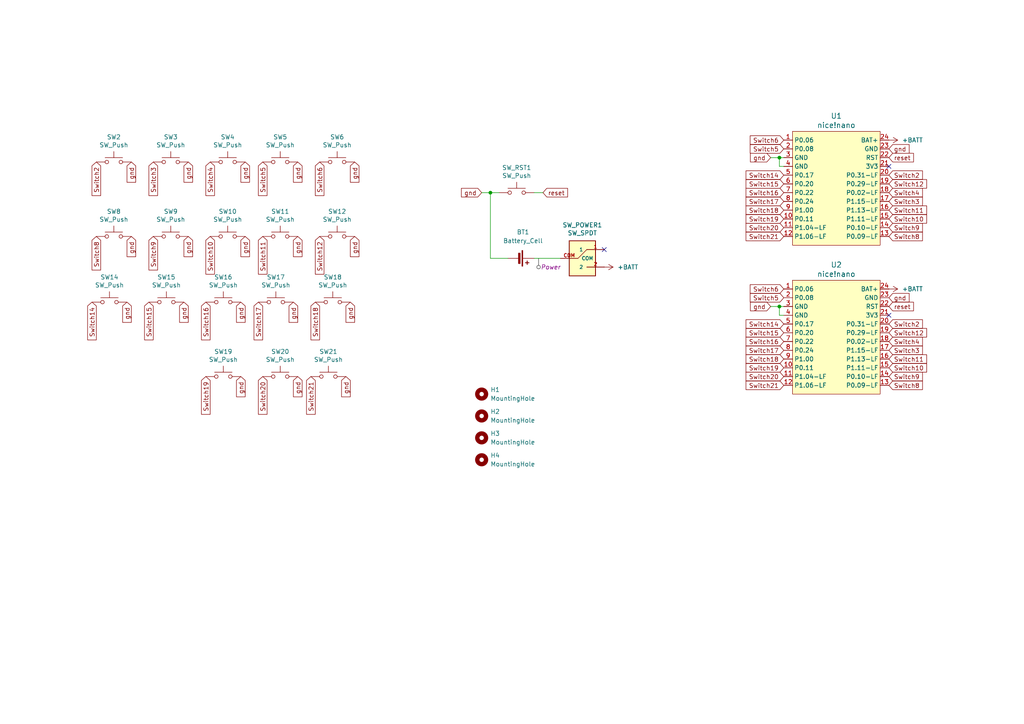
<source format=kicad_sch>
(kicad_sch (version 20231120) (generator "eeschema") (generator_version "8.0")
  (paper "A4")
  (title_block (title "Generic 34 Switch Split") (date "2021-03-10") (rev "0.2") (company "broomlabs"))
  (lib_symbols
    (symbol "Device:Battery_Cell" (pin_numbers hide) (pin_names (offset 0) hide)
      (property "Reference" "BT" (at 2.54 2.54 0))
      (property "Value" "Battery_Cell" (at 2.54 0 0))
      (symbol "Battery_Cell_0_1"
        (rectangle (start -2.286 1.778) (end 2.286 1.524) (fill (type outline)))
        (rectangle (start -1.524 1.016) (end 1.524 0.508) (fill (type outline)))
        (polyline (pts (xy 0 0.762) (xy 0 0)))
        (polyline (pts (xy 0 1.778) (xy 0 2.54)))
        (polyline (pts (xy 0.762 3.048) (xy 1.778 3.048)) (stroke (width 0.254)))
        (polyline (pts (xy 1.27 3.556) (xy 1.27 2.54)) (stroke (width 0.254)))
      )
      (symbol "Battery_Cell_1_1"
        (pin passive line (at 0 5.08 270) (length 2.54) (name "+") (number "1"))
        (pin passive line (at 0 -2.54 90) (length 2.54) (name "-") (number "2"))
      )
    )
    (symbol "Mechanical:MountingHole" (pin_names (offset 1.016)) (exclude_from_sim yes) (in_bom no)
      (property "Reference" "H" (at 0 5.08 0))
      (property "Value" "MountingHole" (at 0 3.175 0))
      (symbol "MountingHole_0_1"
        (circle (center 0 0) (radius 1.27) (stroke (width 1.27)))
      )
    )
    (symbol "Switch:SW_Push" (pin_numbers hide) (pin_names (offset 1.016) hide)
      (property "Reference" "SW" (at 1.27 2.54 0))
      (property "Value" "SW_Push" (at 0 -1.524 0))
      (symbol "SW_Push_0_1"
        (circle (center -2.032 0) (radius 0.508))
        (polyline (pts (xy 0 1.27) (xy 0 3.048)))
        (polyline (pts (xy 2.54 1.27) (xy -2.54 1.27)))
        (circle (center 2.032 0) (radius 0.508))
        (pin passive line (at -5.08 0 0) (length 2.54) (name "1") (number "1"))
        (pin passive line (at 5.08 0 180) (length 2.54) (name "2") (number "2"))
      )
    )
    (symbol "itsdmd:SK12D07VG4" (pin_names (offset 1.016))
      (property "Reference" "SW" (at 0 6.858 0))
      (property "Value" "SK12D07" (at -0.254 -6.35 0))
      (symbol "SK12D07VG4_0_0"
        (rectangle (start -3.81 6.35) (end 3.81 -3.81) (stroke (width 0.254)) (fill (type background)))
        (pin bidirectional line (at 6.35 3.81 180) (length 5.08) (name "1") (number "1"))
        (pin bidirectional line (at 6.35 -1.27 180) (length 5.08) (name "2") (number "2"))
        (pin bidirectional line (at -6.35 1.27 0) (length 5.08) (name "COM") (number "COM"))
      )
      (symbol "SK12D07VG4_1_0"
        (polyline (pts (xy 1.27 3.81) (xy -1.27 1.27)) (stroke (width 0.1524)))
      )
    )
    (symbol "itsdmd:nice_nano" (in_bom no)
      (property "Reference" "U" (at -12.192 17.018 0))
      (property "Value" "nice_nano" (at 3.302 -19.558 0))
      (symbol "nice_nano_0_0"
        (pin bidirectional line (at -15.24 12.7 0) (length 2.54) (name "P0.06") (number "1"))
        (pin bidirectional line (at -15.24 -10.16 0) (length 2.54) (name "P0.11") (number "10"))
        (pin bidirectional line (at -15.24 -12.7 0) (length 2.54) (name "P1.04-LF") (number "11"))
        (pin bidirectional line (at -15.24 -15.24 0) (length 2.54) (name "P1.06-LF") (number "12"))
        (pin bidirectional line (at -15.24 10.16 0) (length 2.54) (name "P0.08") (number "2"))
        (pin power_out line (at -15.24 7.62 0) (length 2.54) (name "GND") (number "3"))
        (pin power_out line (at -15.24 5.08 0) (length 2.54) (name "GND") (number "4"))
        (pin bidirectional line (at -15.24 2.54 0) (length 2.54) (name "P0.17") (number "5"))
        (pin bidirectional line (at -15.24 0 0) (length 2.54) (name "P0.20") (number "6"))
        (pin bidirectional line (at -15.24 -2.54 0) (length 2.54) (name "P0.22") (number "7"))
        (pin bidirectional line (at -15.24 -5.08 0) (length 2.54) (name "P0.24") (number "8"))
        (pin bidirectional line (at -15.24 -7.62 0) (length 2.54) (name "P1.00") (number "9"))
      )
      (symbol "nice_nano_1_0"
        (pin bidirectional line (at 15.24 -15.24 180) (length 2.54) (name "P0.09-LF") (number "13"))
        (pin bidirectional line (at 15.24 -12.7 180) (length 2.54) (name "P0.10-LF") (number "14"))
        (pin bidirectional line (at 15.24 -10.16 180) (length 2.54) (name "P1.11-LF") (number "15"))
        (pin bidirectional line (at 15.24 -7.62 180) (length 2.54) (name "P1.13-LF") (number "16"))
        (pin bidirectional line (at 15.24 -5.08 180) (length 2.54) (name "P1.15-LF") (number "17"))
        (pin bidirectional line (at 15.24 -2.54 180) (length 2.54) (name "P0.02-LF") (number "18"))
        (pin bidirectional line (at 15.24 0 180) (length 2.54) (name "P0.29-LF") (number "19"))
        (pin bidirectional line (at 15.24 2.54 180) (length 2.54) (name "P0.31-LF") (number "20"))
        (pin power_out line (at 15.24 5.08 180) (length 2.54) (name "3V3") (number "21"))
        (pin bidirectional line (at 15.24 7.62 180) (length 2.54) (name "RST") (number "22"))
        (pin power_out line (at 15.24 10.16 180) (length 2.54) (name "GND") (number "23"))
        (pin power_out line (at 15.24 12.7 180) (length 2.54) (name "BAT+") (number "24"))
      )
      (symbol "nice_nano_1_1"
        (rectangle (start -12.7 15.24) (end 12.7 -17.78) (fill (type background)))
      )
    )
    (symbol "power:+BATT" (power) (pin_numbers hide) (pin_names (offset 0) hide)
      (property "Value" "+BATT" (at 0 3.556 0))
      (symbol "+BATT_0_1"
        (polyline (pts (xy -0.762 1.27) (xy 0 2.54)))
        (polyline (pts (xy 0 0) (xy 0 2.54)))
        (polyline (pts (xy 0 2.54) (xy 0.762 1.27)))
      )
      (symbol "+BATT_1_1"
        (pin power_in line (at 0 0 90) (length 0) (name "~") (number "1"))
      )
    )
  )
  (junction (at 142.24 55.88))
  (junction (at 226.06 45.72))
  (junction (at 226.06 88.9))
  (no_connect (at 257.81 48.26))
  (no_connect (at 175.26 72.39))
  (no_connect (at 257.81 91.44))
  (wire (pts (xy 226.06 91.44) (xy 226.06 88.9)))
  (wire (pts (xy 142.24 55.88) (xy 139.7 55.88)))
  (wire (pts (xy 223.52 45.72) (xy 226.06 45.72)))
  (wire (pts (xy 226.06 45.72) (xy 227.33 45.72)))
  (wire (pts (xy 223.52 88.9) (xy 226.06 88.9)))
  (wire (pts (xy 227.33 91.44) (xy 226.06 91.44)))
  (wire (pts (xy 154.94 74.93) (xy 162.56 74.93)))
  (wire (pts (xy 227.33 48.26) (xy 226.06 48.26)))
  (wire (pts (xy 147.32 74.93) (xy 142.24 74.93)))
  (wire (pts (xy 142.24 55.88) (xy 144.78 55.88)))
  (wire (pts (xy 142.24 74.93) (xy 142.24 55.88)))
  (wire (pts (xy 226.06 88.9) (xy 227.33 88.9)))
  (wire (pts (xy 226.06 48.26) (xy 226.06 45.72)))
  (wire (pts (xy 154.94 55.88) (xy 157.48 55.88)))
  (global_label "Switch19" (shape input) (at 227.33 106.68 180) (property "Intersheetrefs" "${INTERSHEET_REFS}" (effects (hide yes))))
  (global_label "reset" (shape input) (at 257.81 88.9 0) (property "Intersheetrefs" "${INTERSHEET_REFS}" (effects (hide yes))))
  (global_label "gnd" (shape input) (at 54.61 46.99 270) (property "Intersheetrefs" "${INTERSHEET_REFS}" (effects (hide yes))))
  (global_label "gnd" (shape input) (at 71.12 68.58 270) (property "Intersheetrefs" "${INTERSHEET_REFS}" (effects (hide yes))))
  (global_label "Switch21" (shape input) (at 90.17 109.22 270) (property "Intersheetrefs" "${INTERSHEET_REFS}" (effects (hide yes))))
  (global_label "Switch20" (shape input) (at 227.33 109.22 180) (property "Intersheetrefs" "${INTERSHEET_REFS}" (effects (hide yes))))
  (global_label "gnd" (shape input) (at 69.85 109.22 270) (property "Intersheetrefs" "${INTERSHEET_REFS}" (effects (hide yes))))
  (global_label "gnd" (shape input) (at 100.33 109.22 270) (property "Intersheetrefs" "${INTERSHEET_REFS}" (effects (hide yes))))
  (global_label "Switch5" (shape input) (at 227.33 86.36 180) (property "Intersheetrefs" "${INTERSHEET_REFS}" (effects (hide yes))))
  (global_label "Switch17" (shape input) (at 74.93 87.63 270) (property "Intersheetrefs" "${INTERSHEET_REFS}" (effects (hide yes))))
  (global_label "Switch9" (shape input) (at 257.81 66.04 0) (property "Intersheetrefs" "${INTERSHEET_REFS}" (effects (hide yes))))
  (global_label "Switch17" (shape input) (at 227.33 58.42 180) (property "Intersheetrefs" "${INTERSHEET_REFS}" (effects (hide yes))))
  (global_label "Switch21" (shape input) (at 227.33 68.58 180) (property "Intersheetrefs" "${INTERSHEET_REFS}" (effects (hide yes))))
  (global_label "Switch18" (shape input) (at 227.33 60.96 180) (property "Intersheetrefs" "${INTERSHEET_REFS}" (effects (hide yes))))
  (global_label "Switch6" (shape input) (at 227.33 83.82 180) (property "Intersheetrefs" "${INTERSHEET_REFS}" (effects (hide yes))))
  (global_label "Switch16" (shape input) (at 227.33 99.06 180) (property "Intersheetrefs" "${INTERSHEET_REFS}" (effects (hide yes))))
  (global_label "gnd" (shape input) (at 257.81 43.18 0) (property "Intersheetrefs" "${INTERSHEET_REFS}" (effects (hide yes))))
  (global_label "Switch5" (shape input) (at 76.2 46.99 270) (property "Intersheetrefs" "${INTERSHEET_REFS}" (effects (hide yes))))
  (global_label "reset" (shape input) (at 157.48 55.88 0) (property "Intersheetrefs" "${INTERSHEET_REFS}" (effects (hide yes))))
  (global_label "gnd" (shape input) (at 101.6 87.63 270) (property "Intersheetrefs" "${INTERSHEET_REFS}" (effects (hide yes))))
  (global_label "Switch10" (shape input) (at 257.81 106.68 0) (property "Intersheetrefs" "${INTERSHEET_REFS}" (effects (hide yes))))
  (global_label "Switch14" (shape input) (at 227.33 50.8 180) (property "Intersheetrefs" "${INTERSHEET_REFS}" (effects (hide yes))))
  (global_label "Switch14" (shape input) (at 26.67 87.63 270) (property "Intersheetrefs" "${INTERSHEET_REFS}" (effects (hide yes))))
  (global_label "gnd" (shape input) (at 102.87 68.58 270) (property "Intersheetrefs" "${INTERSHEET_REFS}" (effects (hide yes))))
  (global_label "gnd" (shape input) (at 223.52 45.72 180) (property "Intersheetrefs" "${INTERSHEET_REFS}" (effects (hide yes))))
  (global_label "gnd" (shape input) (at 38.1 46.99 270) (property "Intersheetrefs" "${INTERSHEET_REFS}" (effects (hide yes))))
  (global_label "gnd" (shape input) (at 86.36 68.58 270) (property "Intersheetrefs" "${INTERSHEET_REFS}" (effects (hide yes))))
  (global_label "Switch9" (shape input) (at 257.81 109.22 0) (property "Intersheetrefs" "${INTERSHEET_REFS}" (effects (hide yes))))
  (global_label "Switch11" (shape input) (at 76.2 68.58 270) (property "Intersheetrefs" "${INTERSHEET_REFS}" (effects (hide yes))))
  (global_label "Switch19" (shape input) (at 227.33 63.5 180) (property "Intersheetrefs" "${INTERSHEET_REFS}" (effects (hide yes))))
  (global_label "gnd" (shape input) (at 86.36 109.22 270) (property "Intersheetrefs" "${INTERSHEET_REFS}" (effects (hide yes))))
  (global_label "Switch15" (shape input) (at 227.33 53.34 180) (property "Intersheetrefs" "${INTERSHEET_REFS}" (effects (hide yes))))
  (global_label "gnd" (shape input) (at 223.52 88.9 180) (property "Intersheetrefs" "${INTERSHEET_REFS}" (effects (hide yes))))
  (global_label "Switch16" (shape input) (at 227.33 55.88 180) (property "Intersheetrefs" "${INTERSHEET_REFS}" (effects (hide yes))))
  (global_label "gnd" (shape input) (at 102.87 46.99 270) (property "Intersheetrefs" "${INTERSHEET_REFS}" (effects (hide yes))))
  (global_label "gnd" (shape input) (at 38.1 68.58 270) (property "Intersheetrefs" "${INTERSHEET_REFS}" (effects (hide yes))))
  (global_label "gnd" (shape input) (at 86.36 46.99 270) (property "Intersheetrefs" "${INTERSHEET_REFS}" (effects (hide yes))))
  (global_label "Switch3" (shape input) (at 257.81 58.42 0) (property "Intersheetrefs" "${INTERSHEET_REFS}" (effects (hide yes))))
  (global_label "reset" (shape input) (at 257.81 45.72 0) (property "Intersheetrefs" "${INTERSHEET_REFS}" (effects (hide yes))))
  (global_label "gnd" (shape input) (at 85.09 87.63 270) (property "Intersheetrefs" "${INTERSHEET_REFS}" (effects (hide yes))))
  (global_label "Switch12" (shape input) (at 257.81 53.34 0) (property "Intersheetrefs" "${INTERSHEET_REFS}" (effects (hide yes))))
  (global_label "Switch3" (shape input) (at 44.45 46.99 270) (property "Intersheetrefs" "${INTERSHEET_REFS}" (effects (hide yes))))
  (global_label "gnd" (shape input) (at 54.61 68.58 270) (property "Intersheetrefs" "${INTERSHEET_REFS}" (effects (hide yes))))
  (global_label "Switch18" (shape input) (at 227.33 104.14 180) (property "Intersheetrefs" "${INTERSHEET_REFS}" (effects (hide yes))))
  (global_label "Switch11" (shape input) (at 257.81 60.96 0) (property "Intersheetrefs" "${INTERSHEET_REFS}" (effects (hide yes))))
  (global_label "Switch14" (shape input) (at 227.33 93.98 180) (property "Intersheetrefs" "${INTERSHEET_REFS}" (effects (hide yes))))
  (global_label "gnd" (shape input) (at 53.34 87.63 270) (property "Intersheetrefs" "${INTERSHEET_REFS}" (effects (hide yes))))
  (global_label "Switch16" (shape input) (at 59.69 87.63 270) (property "Intersheetrefs" "${INTERSHEET_REFS}" (effects (hide yes))))
  (global_label "Switch2" (shape input) (at 257.81 50.8 0) (property "Intersheetrefs" "${INTERSHEET_REFS}" (effects (hide yes))))
  (global_label "Switch20" (shape input) (at 76.2 109.22 270) (property "Intersheetrefs" "${INTERSHEET_REFS}" (effects (hide yes))))
  (global_label "gnd" (shape input) (at 257.81 86.36 0) (property "Intersheetrefs" "${INTERSHEET_REFS}" (effects (hide yes))))
  (global_label "gnd" (shape input) (at 71.12 46.99 270) (property "Intersheetrefs" "${INTERSHEET_REFS}" (effects (hide yes))))
  (global_label "Switch5" (shape input) (at 227.33 43.18 180) (property "Intersheetrefs" "${INTERSHEET_REFS}" (effects (hide yes))))
  (global_label "gnd" (shape input) (at 36.83 87.63 270) (property "Intersheetrefs" "${INTERSHEET_REFS}" (effects (hide yes))))
  (global_label "gnd" (shape input) (at 69.85 87.63 270) (property "Intersheetrefs" "${INTERSHEET_REFS}" (effects (hide yes))))
  (global_label "Switch2" (shape input) (at 257.81 93.98 0) (property "Intersheetrefs" "${INTERSHEET_REFS}" (effects (hide yes))))
  (global_label "Switch11" (shape input) (at 257.81 104.14 0) (property "Intersheetrefs" "${INTERSHEET_REFS}" (effects (hide yes))))
  (global_label "Switch10" (shape input) (at 60.96 68.58 270) (property "Intersheetrefs" "${INTERSHEET_REFS}" (effects (hide yes))))
  (global_label "Switch8" (shape input) (at 257.81 111.76 0) (property "Intersheetrefs" "${INTERSHEET_REFS}" (effects (hide yes))))
  (global_label "Switch6" (shape input) (at 92.71 46.99 270) (property "Intersheetrefs" "${INTERSHEET_REFS}" (effects (hide yes))))
  (global_label "Switch4" (shape input) (at 257.81 99.06 0) (property "Intersheetrefs" "${INTERSHEET_REFS}" (effects (hide yes))))
  (global_label "Switch2" (shape input) (at 27.94 46.99 270) (property "Intersheetrefs" "${INTERSHEET_REFS}" (effects (hide yes))))
  (global_label "Switch10" (shape input) (at 257.81 63.5 0) (property "Intersheetrefs" "${INTERSHEET_REFS}" (effects (hide yes))))
  (global_label "Switch12" (shape input) (at 257.81 96.52 0) (property "Intersheetrefs" "${INTERSHEET_REFS}" (effects (hide yes))))
  (global_label "Switch12" (shape input) (at 92.71 68.58 270) (property "Intersheetrefs" "${INTERSHEET_REFS}" (effects (hide yes))))
  (global_label "Switch8" (shape input) (at 27.94 68.58 270) (property "Intersheetrefs" "${INTERSHEET_REFS}" (effects (hide yes))))
  (global_label "Switch17" (shape input) (at 227.33 101.6 180) (property "Intersheetrefs" "${INTERSHEET_REFS}" (effects (hide yes))))
  (global_label "Switch15" (shape input) (at 227.33 96.52 180) (property "Intersheetrefs" "${INTERSHEET_REFS}" (effects (hide yes))))
  (global_label "Switch3" (shape input) (at 257.81 101.6 0) (property "Intersheetrefs" "${INTERSHEET_REFS}" (effects (hide yes))))
  (global_label "Switch15" (shape input) (at 43.18 87.63 270) (property "Intersheetrefs" "${INTERSHEET_REFS}" (effects (hide yes))))
  (global_label "Switch4" (shape input) (at 257.81 55.88 0) (property "Intersheetrefs" "${INTERSHEET_REFS}" (effects (hide yes))))
  (global_label "Switch9" (shape input) (at 44.45 68.58 270) (property "Intersheetrefs" "${INTERSHEET_REFS}" (effects (hide yes))))
  (global_label "Switch4" (shape input) (at 60.96 46.99 270) (property "Intersheetrefs" "${INTERSHEET_REFS}" (effects (hide yes))))
  (global_label "Switch21" (shape input) (at 227.33 111.76 180) (property "Intersheetrefs" "${INTERSHEET_REFS}" (effects (hide yes))))
  (global_label "Switch6" (shape input) (at 227.33 40.64 180) (property "Intersheetrefs" "${INTERSHEET_REFS}" (effects (hide yes))))
  (global_label "Switch20" (shape input) (at 227.33 66.04 180) (property "Intersheetrefs" "${INTERSHEET_REFS}" (effects (hide yes))))
  (global_label "Switch18" (shape input) (at 91.44 87.63 270) (property "Intersheetrefs" "${INTERSHEET_REFS}" (effects (hide yes))))
  (global_label "Switch8" (shape input) (at 257.81 68.58 0) (property "Intersheetrefs" "${INTERSHEET_REFS}" (effects (hide yes))))
  (global_label "gnd" (shape input) (at 139.7 55.88 180) (property "Intersheetrefs" "${INTERSHEET_REFS}" (effects (hide yes))))
  (global_label "Switch19" (shape input) (at 59.69 109.22 270) (property "Intersheetrefs" "${INTERSHEET_REFS}" (effects (hide yes))))
  (netclass_flag "" (length 2.54) (shape round) (at 156.21 74.93 180) (property "Netclass" "Power" (at 156.8196 77.47 0) (effects (font (italic yes)) (justify left))))
  (symbol (lib_id "itsdmd:nice_nano") (at 242.57 53.34 0) (unit 1) (in_bom no)
    (property "Reference" "U1" (at 242.57 33.6296 0) (effects (font (size 1.524 1.524))))
    (property "Value" "nice!nano" (at 242.57 36.322 0) (effects (font (size 1.524 1.524))))
    (property "Footprint" "itsdmd:MCB_nice-nano_flip" (effects (hide yes)))
    (property "Datasheet" "https://nicekeyboards.com/docs/nice-nano/pinout-schematic" (effects (hide yes)))
    (property "Description" "Symbol for an nicekeyboards nice!nano" (effects (hide yes)))
  )
  (symbol (lib_id "Switch:SW_Push") (at 33.02 46.99 0) (unit 1)
    (property "Reference" "SW2" (at 33.02 39.751 0))
    (property "Value" "SW_Push" (at 33.02 42.0624 0))
    (property "Footprint" "itsdmd:KS_Socket_Choc_optional_reversible" (effects (hide yes)))
  )
  (symbol (lib_id "Switch:SW_Push") (at 49.53 46.99 0) (unit 1)
    (property "Reference" "SW3" (at 49.53 39.751 0))
    (property "Value" "SW_Push" (at 49.53 42.0624 0))
    (property "Footprint" "itsdmd:KS_Socket_Choc_optional_reversible" (effects (hide yes)))
  )
  (symbol (lib_id "Switch:SW_Push") (at 66.04 46.99 0) (unit 1)
    (property "Reference" "SW4" (at 66.04 39.751 0))
    (property "Value" "SW_Push" (at 66.04 42.0624 0))
    (property "Footprint" "itsdmd:KS_Socket_Choc_optional_reversible" (effects (hide yes)))
  )
  (symbol (lib_id "Switch:SW_Push") (at 81.28 46.99 0) (unit 1)
    (property "Reference" "SW5" (at 81.28 39.751 0))
    (property "Value" "SW_Push" (at 81.28 42.0624 0))
    (property "Footprint" "itsdmd:KS_Socket_Choc_optional_reversible" (effects (hide yes)))
  )
  (symbol (lib_id "Switch:SW_Push") (at 97.79 46.99 0) (unit 1)
    (property "Reference" "SW6" (at 97.79 39.751 0))
    (property "Value" "SW_Push" (at 97.79 42.0624 0))
    (property "Footprint" "itsdmd:KS_Socket_Choc_optional_reversible" (effects (hide yes)))
  )
  (symbol (lib_id "Switch:SW_Push") (at 81.28 109.22 0) (unit 1)
    (property "Reference" "SW20" (at 81.28 101.981 0))
    (property "Value" "SW_Push" (at 81.28 104.2924 0))
    (property "Footprint" "itsdmd:KS_Socket_Choc_optional_reversible" (effects (hide yes)))
  )
  (symbol (lib_id "Switch:SW_Push") (at 95.25 109.22 0) (unit 1)
    (property "Reference" "SW21" (at 95.25 101.981 0))
    (property "Value" "SW_Push" (at 95.25 104.2924 0))
    (property "Footprint" "itsdmd:KS_Socket_Choc_optional_reversible" (effects (hide yes)))
  )
  (symbol (lib_id "Switch:SW_Push") (at 33.02 68.58 0) (unit 1)
    (property "Reference" "SW8" (at 33.02 61.341 0))
    (property "Value" "SW_Push" (at 33.02 63.6524 0))
    (property "Footprint" "itsdmd:KS_Socket_Choc_optional_reversible" (effects (hide yes)))
  )
  (symbol (lib_id "Switch:SW_Push") (at 49.53 68.58 0) (unit 1)
    (property "Reference" "SW9" (at 49.53 61.341 0))
    (property "Value" "SW_Push" (at 49.53 63.6524 0))
    (property "Footprint" "itsdmd:KS_Socket_Choc_optional_reversible" (effects (hide yes)))
  )
  (symbol (lib_id "Switch:SW_Push") (at 66.04 68.58 0) (unit 1)
    (property "Reference" "SW10" (at 66.04 61.341 0))
    (property "Value" "SW_Push" (at 66.04 63.6524 0))
    (property "Footprint" "itsdmd:KS_Socket_Choc_optional_reversible" (effects (hide yes)))
  )
  (symbol (lib_id "Switch:SW_Push") (at 81.28 68.58 0) (unit 1)
    (property "Reference" "SW11" (at 81.28 61.341 0))
    (property "Value" "SW_Push" (at 81.28 63.6524 0))
    (property "Footprint" "itsdmd:KS_Socket_Choc_optional_reversible" (effects (hide yes)))
  )
  (symbol (lib_id "Switch:SW_Push") (at 97.79 68.58 0) (unit 1)
    (property "Reference" "SW12" (at 97.79 61.341 0))
    (property "Value" "SW_Push" (at 97.79 63.6524 0))
    (property "Footprint" "itsdmd:KS_Socket_Choc_optional_reversible" (effects (hide yes)))
  )
  (symbol (lib_id "Switch:SW_Push") (at 31.75 87.63 0) (unit 1)
    (property "Reference" "SW14" (at 31.75 80.391 0))
    (property "Value" "SW_Push" (at 31.75 82.7024 0))
    (property "Footprint" "itsdmd:KS_Socket_Choc_optional_reversible" (effects (hide yes)))
  )
  (symbol (lib_id "Switch:SW_Push") (at 48.26 87.63 0) (unit 1)
    (property "Reference" "SW15" (at 48.26 80.391 0))
    (property "Value" "SW_Push" (at 48.26 82.7024 0))
    (property "Footprint" "itsdmd:KS_Socket_Choc_optional_reversible" (effects (hide yes)))
  )
  (symbol (lib_id "Switch:SW_Push") (at 64.77 87.63 0) (unit 1)
    (property "Reference" "SW16" (at 64.77 80.391 0))
    (property "Value" "SW_Push" (at 64.77 82.7024 0))
    (property "Footprint" "itsdmd:KS_Socket_Choc_optional_reversible" (effects (hide yes)))
  )
  (symbol (lib_id "Switch:SW_Push") (at 80.01 87.63 0) (unit 1)
    (property "Reference" "SW17" (at 80.01 80.391 0))
    (property "Value" "SW_Push" (at 80.01 82.7024 0))
    (property "Footprint" "itsdmd:KS_Socket_Choc_optional_reversible" (effects (hide yes)))
  )
  (symbol (lib_id "Switch:SW_Push") (at 96.52 87.63 0) (unit 1)
    (property "Reference" "SW18" (at 96.52 80.391 0))
    (property "Value" "SW_Push" (at 96.52 82.7024 0))
    (property "Footprint" "itsdmd:KS_Socket_Choc_optional_reversible" (effects (hide yes)))
  )
  (symbol (lib_id "Switch:SW_Push") (at 149.86 55.88 0) (unit 1)
    (property "Reference" "SW_RST1" (at 149.86 48.641 0))
    (property "Value" "SW_Push" (at 149.86 50.9524 0))
    (property "Footprint" "itsdmd:SW-T_7.4x2.6-4pad-smd" (effects (hide yes)))
  )
  (symbol (lib_id "itsdmd:SK12D07VG4") (at 168.91 76.2 0) (unit 1)
    (property "Reference" "SW_POWER1" (at 168.91 65.278 0))
    (property "Value" "SW_SPDT" (at 168.91 67.5894 0))
    (property "Footprint" "itsdmd:SW-S_MSK-12C02" (effects (hide yes)))
    (property "MF" "C&K" (effects (hide yes)))
    (property "Description_1" "\nSwitch Slide ON ON SPDT Side Slide 0.3A 30VDC PC Pins Bracket Mount/Through Hole Bulk\n" (effects (hide yes)))
    (property "SnapEDA_Link" "https://www.snapeda.com/parts/SK12D07VG4/C%2526K/view-part/?ref=snap" (effects (hide yes)))
    (property "MP" "SK12D07VG4" (effects (hide yes)))
  )
  (symbol (lib_id "Device:Battery_Cell") (at 149.86 74.93 270) (unit 1)
    (property "Reference" "BT1" (at 151.7015 67.31 90))
    (property "Value" "Battery_Cell" (at 151.7015 69.85 90))
    (property "Footprint" "itsdmd:Battery_Pads-dual-side" (effects (hide yes)))
    (property "Description" "Single-cell battery" (effects (hide yes)))
  )
  (symbol (lib_id "Mechanical:MountingHole") (at 139.7 120.65 0) (unit 1) (exclude_from_sim yes) (in_bom no)
    (property "Reference" "H2" (at 142.24 119.3799 0) (effects (justify left)))
    (property "Value" "MountingHole" (at 142.24 121.9199 0) (effects (justify left)))
    (property "Footprint" "itsdmd:MountingHole_1.6mm_M1.4" (effects (hide yes)))
    (property "Description" "Mounting Hole without connection" (effects (hide yes)))
  )
  (symbol (lib_id "Mechanical:MountingHole") (at 139.7 133.35 0) (unit 1) (exclude_from_sim yes) (in_bom no)
    (property "Reference" "H4" (at 142.24 132.0799 0) (effects (justify left)))
    (property "Value" "MountingHole" (at 142.24 134.6199 0) (effects (justify left)))
    (property "Footprint" "itsdmd:MountingHole_1.6mm_M1.4" (effects (hide yes)))
    (property "Description" "Mounting Hole without connection" (effects (hide yes)))
  )
  (symbol (lib_id "Mechanical:MountingHole") (at 139.7 114.3 0) (unit 1) (exclude_from_sim yes) (in_bom no)
    (property "Reference" "H1" (at 142.24 113.0299 0) (effects (justify left)))
    (property "Value" "MountingHole" (at 142.24 115.5699 0) (effects (justify left)))
    (property "Footprint" "itsdmd:MountingHole_1.6mm_M1.4" (effects (hide yes)))
    (property "Description" "Mounting Hole without connection" (effects (hide yes)))
  )
  (symbol (lib_id "power:+BATT") (at 257.81 40.64 270) (unit 1)
    (property "Reference" "#PWR01" (effects (hide yes)))
    (property "Value" "+BATT" (at 261.62 40.6399 90) (effects (justify left)))
    (property "Description" "Power symbol creates a global label with name \"+BATT\"" (effects (hide yes)))
  )
  (symbol (lib_id "Switch:SW_Push") (at 64.77 109.22 0) (unit 1)
    (property "Reference" "SW19" (at 64.77 101.981 0))
    (property "Value" "SW_Push" (at 64.77 104.2924 0))
    (property "Footprint" "itsdmd:KS_Socket_Choc_optional_reversible" (effects (hide yes)))
  )
  (symbol (lib_id "power:+BATT") (at 175.26 77.47 270) (unit 1)
    (property "Reference" "#PWR07" (effects (hide yes)))
    (property "Value" "+BATT" (at 179.07 77.4699 90) (effects (justify left)))
    (property "Description" "Power symbol creates a global label with name \"+BATT\"" (effects (hide yes)))
  )
  (symbol (lib_id "itsdmd:nice_nano") (at 242.57 96.52 0) (unit 1) (in_bom no)
    (property "Reference" "U2" (at 242.57 76.8096 0) (effects (font (size 1.524 1.524))))
    (property "Value" "nice!nano" (at 242.57 79.502 0) (effects (font (size 1.524 1.524))))
    (property "Footprint" "itsdmd:MCB_nice-nano_flip" (effects (hide yes)))
    (property "Datasheet" "https://nicekeyboards.com/docs/nice-nano/pinout-schematic" (effects (hide yes)))
    (property "Description" "Symbol for an nicekeyboards nice!nano" (effects (hide yes)))
  )
  (symbol (lib_id "Mechanical:MountingHole") (at 139.7 127 0) (unit 1) (exclude_from_sim yes) (in_bom no)
    (property "Reference" "H3" (at 142.24 125.7299 0) (effects (justify left)))
    (property "Value" "MountingHole" (at 142.24 128.2699 0) (effects (justify left)))
    (property "Footprint" "itsdmd:MountingHole_1.6mm_M1.4" (effects (hide yes)))
    (property "Description" "Mounting Hole without connection" (effects (hide yes)))
  )
  (symbol (lib_id "power:+BATT") (at 257.81 83.82 270) (unit 1)
    (property "Reference" "#PWR06" (effects (hide yes)))
    (property "Value" "+BATT" (at 261.62 83.8199 90) (effects (justify left)))
    (property "Description" "Power symbol creates a global label with name \"+BATT\"" (effects (hide yes)))
  )
)
</source>
